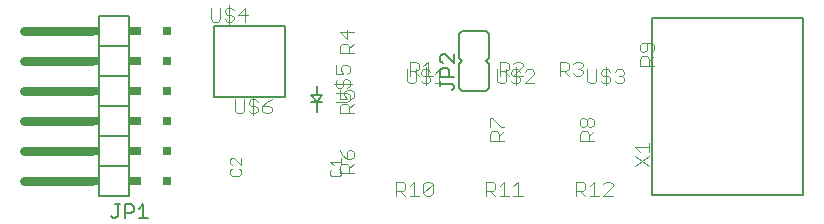
<source format=gto>
G75*
%MOIN*%
%OFA0B0*%
%FSLAX24Y24*%
%IPPOS*%
%LPD*%
%AMOC8*
5,1,8,0,0,1.08239X$1,22.5*
%
%ADD10C,0.0040*%
%ADD11C,0.0080*%
%ADD12C,0.0060*%
%ADD13C,0.0300*%
%ADD14C,0.0050*%
%ADD15R,0.0200X0.0300*%
%ADD16R,0.0400X0.0300*%
%ADD17R,0.0300X0.0300*%
%ADD18C,0.0030*%
D10*
X010770Y001870D02*
X010770Y002100D01*
X010846Y002177D01*
X011000Y002177D01*
X011077Y002100D01*
X011077Y001870D01*
X011230Y001870D02*
X010770Y001870D01*
X011077Y002023D02*
X011230Y002177D01*
X011153Y002330D02*
X011230Y002407D01*
X011230Y002561D01*
X011153Y002637D01*
X011077Y002637D01*
X011000Y002561D01*
X011000Y002330D01*
X011153Y002330D01*
X011000Y002330D02*
X010846Y002484D01*
X010770Y002637D01*
X012639Y001580D02*
X012869Y001580D01*
X012946Y001504D01*
X012946Y001350D01*
X012869Y001273D01*
X012639Y001273D01*
X012792Y001273D02*
X012946Y001120D01*
X013099Y001120D02*
X013406Y001120D01*
X013253Y001120D02*
X013253Y001580D01*
X013099Y001427D01*
X013560Y001504D02*
X013636Y001580D01*
X013790Y001580D01*
X013867Y001504D01*
X013560Y001197D01*
X013636Y001120D01*
X013790Y001120D01*
X013867Y001197D01*
X013867Y001504D01*
X013560Y001504D02*
X013560Y001197D01*
X012639Y001120D02*
X012639Y001580D01*
X015639Y001580D02*
X015639Y001120D01*
X015792Y001273D02*
X015946Y001120D01*
X016099Y001120D02*
X016406Y001120D01*
X016253Y001120D02*
X016253Y001580D01*
X016099Y001427D01*
X015946Y001504D02*
X015946Y001350D01*
X015869Y001273D01*
X015639Y001273D01*
X015869Y001580D02*
X015946Y001504D01*
X015869Y001580D02*
X015639Y001580D01*
X016560Y001427D02*
X016713Y001580D01*
X016713Y001120D01*
X016560Y001120D02*
X016867Y001120D01*
X018639Y001120D02*
X018639Y001580D01*
X018869Y001580D01*
X018946Y001504D01*
X018946Y001350D01*
X018869Y001273D01*
X018639Y001273D01*
X018792Y001273D02*
X018946Y001120D01*
X019099Y001120D02*
X019406Y001120D01*
X019253Y001120D02*
X019253Y001580D01*
X019099Y001427D01*
X019560Y001504D02*
X019636Y001580D01*
X019790Y001580D01*
X019867Y001504D01*
X019867Y001427D01*
X019560Y001120D01*
X019867Y001120D01*
X020612Y002120D02*
X021073Y002427D01*
X021073Y002580D02*
X021073Y002887D01*
X021073Y002734D02*
X020612Y002734D01*
X020766Y002580D01*
X020612Y002427D02*
X021073Y002120D01*
X019230Y002949D02*
X018770Y002949D01*
X018770Y003179D01*
X018846Y003256D01*
X019000Y003256D01*
X019077Y003179D01*
X019077Y002949D01*
X019077Y003103D02*
X019230Y003256D01*
X019153Y003410D02*
X019077Y003410D01*
X019000Y003486D01*
X019000Y003640D01*
X019077Y003717D01*
X019153Y003717D01*
X019230Y003640D01*
X019230Y003486D01*
X019153Y003410D01*
X019000Y003486D02*
X018923Y003410D01*
X018846Y003410D01*
X018770Y003486D01*
X018770Y003640D01*
X018846Y003717D01*
X018923Y003717D01*
X019000Y003640D01*
X016230Y003410D02*
X016153Y003410D01*
X015846Y003717D01*
X015770Y003717D01*
X015770Y003410D01*
X015846Y003256D02*
X016000Y003256D01*
X016077Y003179D01*
X016077Y002949D01*
X016230Y002949D02*
X015770Y002949D01*
X015770Y003179D01*
X015846Y003256D01*
X016077Y003103D02*
X016230Y003256D01*
X016634Y004793D02*
X016634Y005407D01*
X016557Y005330D02*
X016711Y005330D01*
X016787Y005254D01*
X016941Y005254D02*
X017018Y005330D01*
X017171Y005330D01*
X017248Y005254D01*
X017248Y005177D01*
X016941Y004870D01*
X017248Y004870D01*
X016787Y004947D02*
X016787Y005023D01*
X016711Y005100D01*
X016557Y005100D01*
X016480Y005177D01*
X016480Y005254D01*
X016557Y005330D01*
X016406Y005350D02*
X016329Y005273D01*
X016099Y005273D01*
X016020Y005330D02*
X016020Y004947D01*
X016097Y004870D01*
X016250Y004870D01*
X016327Y004947D01*
X016327Y005330D01*
X016406Y005350D02*
X016406Y005504D01*
X016329Y005580D01*
X016099Y005580D01*
X016099Y005120D01*
X016253Y005273D02*
X016406Y005120D01*
X016560Y005120D02*
X016867Y005427D01*
X016867Y005504D01*
X016790Y005580D01*
X016636Y005580D01*
X016560Y005504D01*
X016560Y005120D02*
X016867Y005120D01*
X016787Y004947D02*
X016711Y004870D01*
X016557Y004870D01*
X016480Y004947D01*
X018099Y005120D02*
X018099Y005580D01*
X018329Y005580D01*
X018406Y005504D01*
X018406Y005350D01*
X018329Y005273D01*
X018099Y005273D01*
X018253Y005273D02*
X018406Y005120D01*
X018560Y005197D02*
X018636Y005120D01*
X018790Y005120D01*
X018867Y005197D01*
X018867Y005273D01*
X018790Y005350D01*
X018713Y005350D01*
X018790Y005350D02*
X018867Y005427D01*
X018867Y005504D01*
X018790Y005580D01*
X018636Y005580D01*
X018560Y005504D01*
X019020Y005330D02*
X019020Y004947D01*
X019097Y004870D01*
X019250Y004870D01*
X019327Y004947D01*
X019327Y005330D01*
X019480Y005254D02*
X019557Y005330D01*
X019711Y005330D01*
X019787Y005254D01*
X019941Y005254D02*
X020018Y005330D01*
X020171Y005330D01*
X020248Y005254D01*
X020248Y005177D01*
X020171Y005100D01*
X020248Y005023D01*
X020248Y004947D01*
X020171Y004870D01*
X020018Y004870D01*
X019941Y004947D01*
X019787Y004947D02*
X019711Y004870D01*
X019557Y004870D01*
X019480Y004947D01*
X019711Y005100D02*
X019787Y005023D01*
X019787Y004947D01*
X019711Y005100D02*
X019557Y005100D01*
X019480Y005177D01*
X019480Y005254D01*
X019634Y005407D02*
X019634Y004793D01*
X020094Y005100D02*
X020171Y005100D01*
X020770Y005449D02*
X020770Y005679D01*
X020846Y005756D01*
X021000Y005756D01*
X021077Y005679D01*
X021077Y005449D01*
X021230Y005449D02*
X020770Y005449D01*
X021077Y005603D02*
X021230Y005756D01*
X021153Y005910D02*
X021230Y005986D01*
X021230Y006140D01*
X021153Y006217D01*
X020846Y006217D01*
X020770Y006140D01*
X020770Y005986D01*
X020846Y005910D01*
X020923Y005910D01*
X021000Y005986D01*
X021000Y006217D01*
X014248Y004870D02*
X013941Y004870D01*
X014094Y004870D02*
X014094Y005330D01*
X013941Y005177D01*
X013867Y005120D02*
X013560Y005120D01*
X013557Y005100D02*
X013480Y005177D01*
X013480Y005254D01*
X013557Y005330D01*
X013711Y005330D01*
X013787Y005254D01*
X013406Y005350D02*
X013329Y005273D01*
X013099Y005273D01*
X013020Y005330D02*
X013020Y004947D01*
X013097Y004870D01*
X013250Y004870D01*
X013327Y004947D01*
X013327Y005330D01*
X013406Y005350D02*
X013406Y005504D01*
X013329Y005580D01*
X013099Y005580D01*
X013099Y005120D01*
X013253Y005273D02*
X013406Y005120D01*
X013557Y005100D02*
X013711Y005100D01*
X013787Y005023D01*
X013787Y004947D01*
X013711Y004870D01*
X013557Y004870D01*
X013480Y004947D01*
X013634Y004793D02*
X013634Y005407D01*
X013560Y005427D02*
X013713Y005580D01*
X013713Y005120D01*
X011230Y004561D02*
X011230Y004407D01*
X011153Y004330D01*
X011105Y004316D02*
X011105Y004469D01*
X011028Y004546D01*
X010645Y004546D01*
X010770Y004637D02*
X010770Y004330D01*
X011000Y004330D01*
X010923Y004484D01*
X010923Y004561D01*
X011000Y004637D01*
X011153Y004637D01*
X011230Y004561D01*
X011028Y004699D02*
X011105Y004776D01*
X011105Y004929D01*
X011028Y005006D01*
X010952Y005006D01*
X010875Y004929D01*
X010875Y004776D01*
X010798Y004699D01*
X010721Y004699D01*
X010645Y004776D01*
X010645Y004929D01*
X010721Y005006D01*
X010645Y005160D02*
X010875Y005160D01*
X010798Y005313D01*
X010798Y005390D01*
X010875Y005467D01*
X011028Y005467D01*
X011105Y005390D01*
X011105Y005236D01*
X011028Y005160D01*
X010645Y005160D02*
X010645Y005467D01*
X010770Y005870D02*
X010770Y006100D01*
X010846Y006177D01*
X011000Y006177D01*
X011077Y006100D01*
X011077Y005870D01*
X011230Y005870D02*
X010770Y005870D01*
X011077Y006023D02*
X011230Y006177D01*
X011000Y006330D02*
X011000Y006637D01*
X011230Y006561D02*
X010770Y006561D01*
X011000Y006330D01*
X007699Y007149D02*
X007392Y007149D01*
X007622Y007380D01*
X007622Y006919D01*
X007238Y006996D02*
X007238Y007073D01*
X007161Y007149D01*
X007008Y007149D01*
X006931Y007226D01*
X006931Y007303D01*
X007008Y007380D01*
X007161Y007380D01*
X007238Y007303D01*
X007085Y007456D02*
X007085Y006842D01*
X007161Y006919D02*
X007238Y006996D01*
X007161Y006919D02*
X007008Y006919D01*
X006931Y006996D01*
X006778Y006996D02*
X006778Y007380D01*
X006471Y007380D02*
X006471Y006996D01*
X006548Y006919D01*
X006701Y006919D01*
X006778Y006996D01*
X010568Y004853D02*
X011182Y004853D01*
X011105Y004316D02*
X011028Y004239D01*
X010645Y004239D01*
X010770Y004100D02*
X010846Y004177D01*
X011000Y004177D01*
X011077Y004100D01*
X011077Y003870D01*
X011230Y003870D02*
X010770Y003870D01*
X010770Y004100D01*
X011077Y004023D02*
X011230Y004177D01*
X008498Y004330D02*
X008344Y004254D01*
X008191Y004100D01*
X008421Y004100D01*
X008498Y004023D01*
X008498Y003947D01*
X008421Y003870D01*
X008268Y003870D01*
X008191Y003947D01*
X008191Y004100D01*
X008037Y004023D02*
X007961Y004100D01*
X007807Y004100D01*
X007730Y004177D01*
X007730Y004254D01*
X007807Y004330D01*
X007961Y004330D01*
X008037Y004254D01*
X007884Y004407D02*
X007884Y003793D01*
X007961Y003870D02*
X008037Y003947D01*
X008037Y004023D01*
X007961Y003870D02*
X007807Y003870D01*
X007730Y003947D01*
X007577Y003947D02*
X007577Y004330D01*
X007270Y004330D02*
X007270Y003947D01*
X007347Y003870D01*
X007500Y003870D01*
X007577Y003947D01*
D11*
X021171Y001147D02*
X026211Y001147D01*
X026211Y007053D01*
X021171Y007053D01*
X021171Y001147D01*
D12*
X015750Y004700D02*
X015650Y004600D01*
X014850Y004600D01*
X014750Y004700D01*
X014750Y005500D01*
X014850Y005600D01*
X014750Y005700D01*
X014750Y006500D01*
X014850Y006600D01*
X015650Y006600D01*
X015750Y006500D01*
X015750Y005700D01*
X015650Y005600D01*
X015750Y005500D01*
X015750Y004700D01*
X003750Y005100D02*
X003750Y004100D01*
X002750Y004100D01*
X002750Y005100D01*
X002750Y006100D01*
X002750Y007100D01*
X003750Y007100D01*
X003750Y006100D01*
X002750Y006100D01*
X003750Y006100D02*
X003750Y005100D01*
X002750Y005100D01*
X002750Y004100D02*
X002750Y003100D01*
X002750Y002100D01*
X002750Y001100D01*
X003750Y001100D01*
X003750Y002100D01*
X003750Y003100D01*
X003750Y004100D01*
X003750Y003100D02*
X002750Y003100D01*
X002750Y002100D02*
X003750Y002100D01*
D13*
X002500Y002600D02*
X000250Y002600D01*
X000250Y003600D02*
X002500Y003600D01*
X002500Y004600D02*
X000250Y004600D01*
X000250Y005600D02*
X002500Y005600D01*
X002500Y006600D02*
X000250Y006600D01*
X000250Y001600D02*
X002500Y001600D01*
D14*
X003144Y000450D02*
X003219Y000375D01*
X003294Y000375D01*
X003369Y000450D01*
X003369Y000825D01*
X003294Y000825D02*
X003444Y000825D01*
X003604Y000825D02*
X003829Y000825D01*
X003904Y000750D01*
X003904Y000600D01*
X003829Y000525D01*
X003604Y000525D01*
X003604Y000375D02*
X003604Y000825D01*
X004065Y000675D02*
X004215Y000825D01*
X004215Y000375D01*
X004065Y000375D02*
X004365Y000375D01*
X010000Y003912D02*
X010000Y004225D01*
X009812Y004225D01*
X010000Y004225D02*
X010188Y004225D01*
X010000Y004225D02*
X009812Y004475D01*
X010000Y004475D01*
X010000Y004788D01*
X010000Y004475D02*
X010188Y004475D01*
X010000Y004225D01*
X008931Y004419D02*
X006569Y004419D01*
X006569Y006781D01*
X008931Y006781D01*
X008931Y004419D01*
X014125Y004775D02*
X014125Y004925D01*
X014125Y004850D02*
X014500Y004850D01*
X014575Y004775D01*
X014575Y004700D01*
X014500Y004625D01*
X014575Y005085D02*
X014125Y005085D01*
X014125Y005311D01*
X014200Y005386D01*
X014350Y005386D01*
X014425Y005311D01*
X014425Y005085D01*
X014575Y005546D02*
X014275Y005846D01*
X014200Y005846D01*
X014125Y005771D01*
X014125Y005621D01*
X014200Y005546D01*
X014575Y005546D02*
X014575Y005846D01*
D15*
X002650Y005600D03*
X002650Y004600D03*
X002650Y003600D03*
X002650Y002600D03*
X002650Y001600D03*
X002650Y006600D03*
D16*
X003950Y006600D03*
X003950Y005600D03*
X003950Y004600D03*
X003950Y003600D03*
X003950Y002600D03*
X003950Y001600D03*
D17*
X005000Y001600D03*
X005000Y002600D03*
X005000Y003600D03*
X005000Y004600D03*
X005000Y005600D03*
X005000Y006600D03*
D18*
X007171Y002387D02*
X007109Y002326D01*
X007109Y002202D01*
X007171Y002140D01*
X007171Y002019D02*
X007109Y001957D01*
X007109Y001834D01*
X007171Y001772D01*
X007418Y001772D01*
X007479Y001834D01*
X007479Y001957D01*
X007418Y002019D01*
X007479Y002140D02*
X007233Y002387D01*
X007171Y002387D01*
X007479Y002387D02*
X007479Y002140D01*
X010448Y002250D02*
X010571Y002127D01*
X010448Y002250D02*
X010818Y002250D01*
X010818Y002127D02*
X010818Y002373D01*
X010756Y002005D02*
X010818Y001943D01*
X010818Y001820D01*
X010756Y001758D01*
X010509Y001758D01*
X010448Y001820D01*
X010448Y001943D01*
X010509Y002005D01*
M02*

</source>
